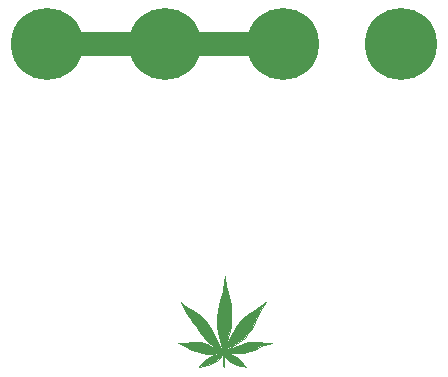
<source format=gbr>
G04 #@! TF.GenerationSoftware,KiCad,Pcbnew,(5.1.5-0)*
G04 #@! TF.CreationDate,2021-01-20T00:07:58-08:00*
G04 #@! TF.ProjectId,doof,646f6f66-2e6b-4696-9361-645f70636258,rev?*
G04 #@! TF.SameCoordinates,Original*
G04 #@! TF.FileFunction,Copper,L1,Top*
G04 #@! TF.FilePolarity,Positive*
%FSLAX46Y46*%
G04 Gerber Fmt 4.6, Leading zero omitted, Abs format (unit mm)*
G04 Created by KiCad (PCBNEW (5.1.5-0)) date 2021-01-20 00:07:58*
%MOMM*%
%LPD*%
G04 APERTURE LIST*
%ADD10C,2.000000*%
%ADD11C,0.100000*%
%ADD12C,6.100000*%
G04 APERTURE END LIST*
D10*
X25000000Y-97500000D02*
X5000000Y-97500000D01*
D11*
G36*
X16596400Y-119524900D02*
G01*
X16913900Y-119766200D01*
X17479050Y-120083700D01*
X18075950Y-120515500D01*
X18450600Y-120896500D01*
X18850650Y-121461650D01*
X19447550Y-122642750D01*
X19746000Y-123207900D01*
X19758700Y-123220600D01*
X19428500Y-123246000D01*
X19326900Y-123195200D01*
X18971300Y-122947550D01*
X18564900Y-122579250D01*
X18234700Y-122230000D01*
X17879100Y-121798200D01*
X17599700Y-121379100D01*
X17409200Y-121125100D01*
X17155200Y-120667900D01*
X16901200Y-120299600D01*
X16659900Y-119880500D01*
X16380500Y-119321700D01*
X16596400Y-119524900D01*
G37*
X16596400Y-119524900D02*
X16913900Y-119766200D01*
X17479050Y-120083700D01*
X18075950Y-120515500D01*
X18450600Y-120896500D01*
X18850650Y-121461650D01*
X19447550Y-122642750D01*
X19746000Y-123207900D01*
X19758700Y-123220600D01*
X19428500Y-123246000D01*
X19326900Y-123195200D01*
X18971300Y-122947550D01*
X18564900Y-122579250D01*
X18234700Y-122230000D01*
X17879100Y-121798200D01*
X17599700Y-121379100D01*
X17409200Y-121125100D01*
X17155200Y-120667900D01*
X16901200Y-120299600D01*
X16659900Y-119880500D01*
X16380500Y-119321700D01*
X16596400Y-119524900D01*
G36*
X18002925Y-122703075D02*
G01*
X18339475Y-122798325D01*
X18603000Y-122890400D01*
X19301500Y-123296800D01*
X19331980Y-123324740D01*
X19339600Y-123309500D01*
X19339600Y-123322200D01*
X19331980Y-123324740D01*
X19250700Y-123487300D01*
X19644400Y-123627000D01*
X19434850Y-123652400D01*
X19041150Y-123677800D01*
X18564900Y-123677800D01*
X18120400Y-123614300D01*
X17637800Y-123500000D01*
X17244100Y-123385700D01*
X16837700Y-123157100D01*
X16520200Y-122928500D01*
X16113800Y-122801500D01*
X16761500Y-122750700D01*
X17294900Y-122712600D01*
X17758450Y-122706250D01*
X18002925Y-122703075D01*
G37*
X18002925Y-122703075D02*
X18339475Y-122798325D01*
X18603000Y-122890400D01*
X19301500Y-123296800D01*
X19331980Y-123324740D01*
X19339600Y-123309500D01*
X19339600Y-123322200D01*
X19331980Y-123324740D01*
X19250700Y-123487300D01*
X19644400Y-123627000D01*
X19434850Y-123652400D01*
X19041150Y-123677800D01*
X18564900Y-123677800D01*
X18120400Y-123614300D01*
X17637800Y-123500000D01*
X17244100Y-123385700D01*
X16837700Y-123157100D01*
X16520200Y-122928500D01*
X16113800Y-122801500D01*
X16761500Y-122750700D01*
X17294900Y-122712600D01*
X17758450Y-122706250D01*
X18002925Y-122703075D01*
G36*
X19866650Y-123766700D02*
G01*
X19498350Y-124198500D01*
X19060200Y-124471550D01*
X18679200Y-124611250D01*
X17929900Y-124776350D01*
X18412500Y-124249300D01*
X18806200Y-123982600D01*
X19174500Y-123779400D01*
X19644400Y-123703200D01*
X19669800Y-123703200D01*
X19866650Y-123766700D01*
G37*
X19866650Y-123766700D02*
X19498350Y-124198500D01*
X19060200Y-124471550D01*
X18679200Y-124611250D01*
X17929900Y-124776350D01*
X18412500Y-124249300D01*
X18806200Y-123982600D01*
X19174500Y-123779400D01*
X19644400Y-123703200D01*
X19669800Y-123703200D01*
X19866650Y-123766700D01*
G36*
X20000000Y-123284100D02*
G01*
X19788862Y-123477775D01*
X20007937Y-123573025D01*
X20758825Y-124115950D01*
X20577850Y-124211200D01*
X20000000Y-123754000D01*
X20012700Y-124846200D01*
X19898400Y-124706500D01*
X19892050Y-123817500D01*
X19936500Y-123817500D01*
X19555500Y-123601600D01*
X19269750Y-123449200D01*
X19434850Y-123169800D01*
X20000000Y-123284100D01*
G37*
X20000000Y-123284100D02*
X19788862Y-123477775D01*
X20007937Y-123573025D01*
X20758825Y-124115950D01*
X20577850Y-124211200D01*
X20000000Y-123754000D01*
X20012700Y-124846200D01*
X19898400Y-124706500D01*
X19892050Y-123817500D01*
X19936500Y-123817500D01*
X19555500Y-123601600D01*
X19269750Y-123449200D01*
X19434850Y-123169800D01*
X20000000Y-123284100D01*
G36*
X20641350Y-123741300D02*
G01*
X21193800Y-124020700D01*
X21520825Y-124347725D01*
X21655763Y-124577913D01*
X21887538Y-124847788D01*
X21581150Y-124763650D01*
X21327150Y-124687450D01*
X21149350Y-124623950D01*
X20774700Y-124490600D01*
X20415925Y-124296925D01*
X20155575Y-124011175D01*
X20031750Y-123849250D01*
X20095250Y-123887350D01*
X20069850Y-123823850D01*
X20133350Y-123652400D01*
X20641350Y-123741300D01*
G37*
X20641350Y-123741300D02*
X21193800Y-124020700D01*
X21520825Y-124347725D01*
X21655763Y-124577913D01*
X21887538Y-124847788D01*
X21581150Y-124763650D01*
X21327150Y-124687450D01*
X21149350Y-124623950D01*
X20774700Y-124490600D01*
X20415925Y-124296925D01*
X20155575Y-124011175D01*
X20031750Y-123849250D01*
X20095250Y-123887350D01*
X20069850Y-123823850D01*
X20133350Y-123652400D01*
X20641350Y-123741300D01*
G36*
X23073400Y-122738000D02*
G01*
X23505200Y-122763400D01*
X24083207Y-122773943D01*
X23403600Y-122928500D01*
X22971800Y-123119000D01*
X22628900Y-123334900D01*
X22209800Y-123500000D01*
X21676400Y-123588900D01*
X21231900Y-123614300D01*
X20654050Y-123595250D01*
X20076200Y-123576200D01*
X20012700Y-123500000D01*
X20228600Y-123436500D01*
X20235585Y-123385700D01*
X20551815Y-123258700D01*
X21085850Y-123030100D01*
X21638300Y-122826900D01*
X22032000Y-122712600D01*
X22476500Y-122712600D01*
X23073400Y-122738000D01*
G37*
X23073400Y-122738000D02*
X23505200Y-122763400D01*
X24083207Y-122773943D01*
X23403600Y-122928500D01*
X22971800Y-123119000D01*
X22628900Y-123334900D01*
X22209800Y-123500000D01*
X21676400Y-123588900D01*
X21231900Y-123614300D01*
X20654050Y-123595250D01*
X20076200Y-123576200D01*
X20012700Y-123500000D01*
X20228600Y-123436500D01*
X20235585Y-123385700D01*
X20551815Y-123258700D01*
X21085850Y-123030100D01*
X21638300Y-122826900D01*
X22032000Y-122712600D01*
X22476500Y-122712600D01*
X23073400Y-122738000D01*
G36*
X23060700Y-120083700D02*
G01*
X22819400Y-120579000D01*
X22616200Y-121036200D01*
X22355850Y-121556900D01*
X22082800Y-121912500D01*
X21771650Y-122325250D01*
X21301750Y-122718950D01*
X20800100Y-123055500D01*
X19695200Y-123652400D01*
X19720600Y-123322200D01*
X20025400Y-123271400D01*
X20273050Y-122833250D01*
X20488950Y-122369700D01*
X20654050Y-122039500D01*
X20838200Y-121747400D01*
X21003300Y-121429900D01*
X21282700Y-121074300D01*
X21562100Y-120756800D01*
X21892300Y-120464700D01*
X22235200Y-120236100D01*
X22616200Y-119982100D01*
X23009900Y-119715400D01*
X23543300Y-119321700D01*
X23060700Y-120083700D01*
G37*
X23060700Y-120083700D02*
X22819400Y-120579000D01*
X22616200Y-121036200D01*
X22355850Y-121556900D01*
X22082800Y-121912500D01*
X21771650Y-122325250D01*
X21301750Y-122718950D01*
X20800100Y-123055500D01*
X19695200Y-123652400D01*
X19720600Y-123322200D01*
X20025400Y-123271400D01*
X20273050Y-122833250D01*
X20488950Y-122369700D01*
X20654050Y-122039500D01*
X20838200Y-121747400D01*
X21003300Y-121429900D01*
X21282700Y-121074300D01*
X21562100Y-120756800D01*
X21892300Y-120464700D01*
X22235200Y-120236100D01*
X22616200Y-119982100D01*
X23009900Y-119715400D01*
X23543300Y-119321700D01*
X23060700Y-120083700D01*
G36*
X20215900Y-117950100D02*
G01*
X20317500Y-118432700D01*
X20431800Y-118889900D01*
X20514350Y-119220100D01*
X20577850Y-119601100D01*
X20622300Y-120121800D01*
X20622300Y-120655200D01*
X20571500Y-121239400D01*
X20508000Y-121760100D01*
X20365125Y-122255400D01*
X20066675Y-123271400D01*
X19853950Y-123220600D01*
X19619000Y-122306200D01*
X19445962Y-121442600D01*
X19461837Y-120655200D01*
X19514225Y-119994800D01*
X19676150Y-119220100D01*
X19911100Y-118407300D01*
X20038100Y-117632600D01*
X20101600Y-117111900D01*
X20215900Y-117950100D01*
G37*
X20215900Y-117950100D02*
X20317500Y-118432700D01*
X20431800Y-118889900D01*
X20514350Y-119220100D01*
X20577850Y-119601100D01*
X20622300Y-120121800D01*
X20622300Y-120655200D01*
X20571500Y-121239400D01*
X20508000Y-121760100D01*
X20365125Y-122255400D01*
X20066675Y-123271400D01*
X19853950Y-123220600D01*
X19619000Y-122306200D01*
X19445962Y-121442600D01*
X19461837Y-120655200D01*
X19514225Y-119994800D01*
X19676150Y-119220100D01*
X19911100Y-118407300D01*
X20038100Y-117632600D01*
X20101600Y-117111900D01*
X20215900Y-117950100D01*
D12*
X35000000Y-97500000D03*
X5000000Y-97500000D03*
X25000000Y-97500000D03*
X15000000Y-97500000D03*
M02*

</source>
